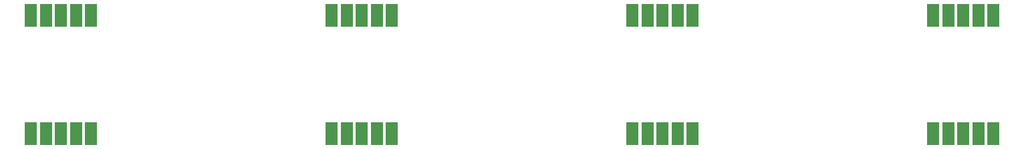
<source format=gbr>
%TF.GenerationSoftware,KiCad,Pcbnew,(5.1.8)-1*%
%TF.CreationDate,2021-01-26T11:35:44-05:00*%
%TF.ProjectId,SSD4_Row,53534434-5f52-46f7-972e-6b696361645f,rev?*%
%TF.SameCoordinates,Original*%
%TF.FileFunction,Paste,Top*%
%TF.FilePolarity,Positive*%
%FSLAX46Y46*%
G04 Gerber Fmt 4.6, Leading zero omitted, Abs format (unit mm)*
G04 Created by KiCad (PCBNEW (5.1.8)-1) date 2021-01-26 11:35:44*
%MOMM*%
%LPD*%
G01*
G04 APERTURE LIST*
%ADD10R,1.650000X3.000000*%
G04 APERTURE END LIST*
D10*
%TO.C,D1*%
X34280000Y-26790000D03*
X32380000Y-26790000D03*
X30480000Y-26790000D03*
X28580000Y-26790000D03*
X26680000Y-26790000D03*
X26680000Y-41790000D03*
X28580000Y-41790000D03*
X30480000Y-41790000D03*
X32380000Y-41790000D03*
X34280000Y-41790000D03*
%TD*%
%TO.C,D2*%
X72380000Y-41790000D03*
X70480000Y-41790000D03*
X68580000Y-41790000D03*
X66680000Y-41790000D03*
X64780000Y-41790000D03*
X64780000Y-26790000D03*
X66680000Y-26790000D03*
X68580000Y-26790000D03*
X70480000Y-26790000D03*
X72380000Y-26790000D03*
%TD*%
%TO.C,D3*%
X110480000Y-41790000D03*
X108580000Y-41790000D03*
X106680000Y-41790000D03*
X104780000Y-41790000D03*
X102880000Y-41790000D03*
X102880000Y-26790000D03*
X104780000Y-26790000D03*
X106680000Y-26790000D03*
X108580000Y-26790000D03*
X110480000Y-26790000D03*
%TD*%
%TO.C,D4*%
X148580000Y-26790000D03*
X146680000Y-26790000D03*
X144780000Y-26790000D03*
X142880000Y-26790000D03*
X140980000Y-26790000D03*
X140980000Y-41790000D03*
X142880000Y-41790000D03*
X144780000Y-41790000D03*
X146680000Y-41790000D03*
X148580000Y-41790000D03*
%TD*%
M02*

</source>
